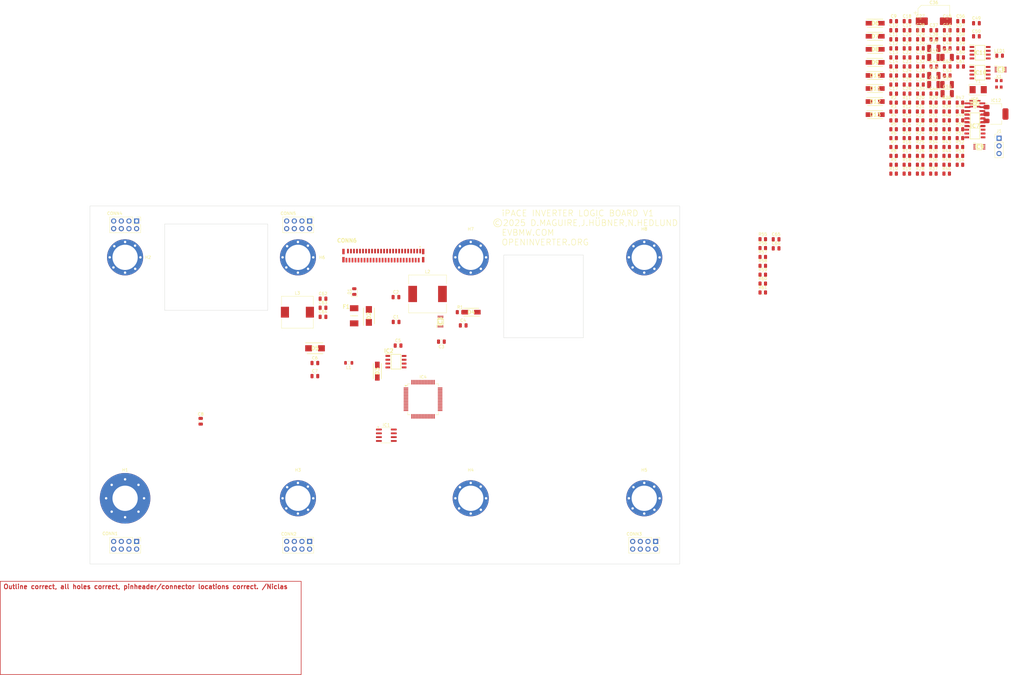
<source format=kicad_pcb>
(kicad_pcb (version 20241229) (generator "pcbnew") (generator_version "9.0")
  (layers (0 "F.Cu" signal) (4 "In1.Cu" signal) (6 "In2.Cu" signal) (2 "B.Cu" signal) (13 "F.Paste" user) (15 "B.Paste" user) (5 "F.SilkS" user "F.Silkscreen") (7 "B.SilkS" user "B.Silkscreen") (1 "F.Mask" user) (3 "B.Mask" user) (25 "Edge.Cuts" user))
  (net 0 "")
  (net 1 "+12V")
  (net 2 "GND")
  (net 3 "+5V")
  (net 4 "+3V3")
  (net 6 "/FAULT A LO")
  (net 7 "/PWM A HI")
  (net 8 "/I_A")
  (net 10 "/PWM A LO")
  (net 12 "/PWM B HI")
  (net 13 "/I_B")
  (net 14 "/PWM B LO")
  (net 16 "/PWM C HI")
  (net 17 "/I_C")
  (net 19 "/PWM C LO")
  (net 21 "/GATE PSU EN")
  (net 23 "/GATE PSU STAT")
  (net 25 "/LINK DISCH")
  (net 26 "/VOUTP")
  (net 27 "/VOUTN")
  (net 28 "/S{slash}D HV CLK")
  (net 29 "/S{slash}D HV DATA")
  (net 30 "/EXCA")
  (net 31 "/TMPM1_IN")
  (net 32 "/TMPWTR_IN")
  (net 34 "/TMPM2_IN")
  (net 35 "/MOT_TMP1_1")
  (net 36 "/MOT_TMP1_2")
  (net 37 "/MOT_TMP2_1")
  (net 38 "/WTR_TMP1")
  (net 39 "/WTR_TMP2")
  (net 40 "/EXCB")
  (net 41 "/MOT_TMP2_2")
  (net 51 "+12P")
  (net 52 "/IL1_IN")
  (net 53 "/IL2_IN")
  (net 54 "/UDC_IN")
  (net 55 "Net-(IC11-INPUT-(1)_2)")
  (net 56 "Net-(IC11-OUTPUT(1))")
  (net 57 "Net-(C45-Pad1)")
  (net 58 "Net-(IC11-INPUT-(1)_1)")
  (net 59 "/RES_SINA")
  (net 60 "/RES_COSA")
  (net 61 "/ENC_B")
  (net 62 "/ENC_A")
  (net 63 "/FWD_IN")
  (net 64 "/REV_IN")
  (net 65 "/START_IN")
  (net 66 "/BRAKE_IN")
  (net 67 "/CRUISE_IN")
  (net 68 "/THROTTLE 1 IN")
  (net 69 "/THROTTLE 2 IN")
  (net 70 "/TMPHS_IN")
  (net 71 "/TMPM_IN")
  (net 72 "/FAULT A HI")
  (net 73 "/FAULT B LO")
  (net 74 "/FAULT B HI")
  (net 75 "/FAULT C LO")
  (net 76 "/FAULT C HI")
  (net 77 "/SWDAT")
  (net 78 "/DESAT_IN")
  (net 79 "/PWM_1N")
  (net 80 "/OCUR_NEG")
  (net 81 "/SWCLK")
  (net 82 "/EXC_OUT")
  (net 83 "/CANTX0")
  (net 84 "/CANRX0")
  (net 85 "/BKIN")
  (net 86 "/PWM_3P")
  (net 87 "/PWM_3N")
  (net 88 "/PWM_1P")
  (net 89 "/PWM_2N")
  (net 90 "/PWM_2P")
  (net 91 "/BMS_IN")
  (net 92 "/OCUR_POS")
  (net 93 "/CANH")
  (net 94 "/CANL")
  (net 96 "Net-(LED1-A)")
  (net 97 "/RES_SINB")
  (net 98 "/RES_COSB")
  (net 99 "/FORWARD")
  (net 100 "/REVERSE")
  (net 101 "/START")
  (net 102 "/BRAKE")
  (net 103 "/CRUISE")
  (net 104 "/THROTTLE 1")
  (net 105 "/THROTTLE 2")
  (net 106 "/HS_TEMP")
  (net 107 "Net-(IC4-VDDA)")
  (net 108 "Net-(IC4-NRST)")
  (net 109 "Net-(IC4-PD0)")
  (net 110 "Net-(IC4-PD1)")
  (net 111 "Net-(C17-Pad1)")
  (net 112 "Net-(C18-Pad1)")
  (net 113 "Net-(IC5-VIN+)")
  (net 114 "Net-(IC7-A)")
  (net 115 "Net-(IC6C-+)")
  (net 116 "Net-(IC7-B)")
  (net 117 "Net-(IC7-C)")
  (net 118 "Net-(IC6A--)")
  (net 119 "Net-(IC7-G)")
  (net 120 "Net-(IC7-D)")
  (net 121 "Net-(IC7-E)")
  (net 122 "Net-(C35-Pad1)")
  (net 123 "Net-(C38-Pad1)")
  (net 124 "Net-(C44-Pad1)")
  (net 125 "Net-(C48-Pad1)")
  (net 126 "Net-(D1-A)")
  (net 127 "Net-(D1-K)")
  (net 128 "Net-(D2-Pad1)")
  (net 129 "Net-(IC10-OUTPUT)")
  (net 138 "Net-(IC3-2Y)")
  (net 140 "Net-(IC3-1A)")
  (net 149 "Net-(IC4-PB2)")
  (net 151 "Net-(IC4-BOOT0)")
  (net 153 "Net-(IC7-F)")
  (net 157 "/WIFI_Rx")
  (net 158 "/WIFI_Tx")
  (net 159 "/PCH_OUT")
  (net 160 "/MAINC_OUT")
  (net 161 "Net-(IC4-PA0)")
  (footprint "Resistor_SMD:R_0805_2012Metric" (layer "F.Cu") (at 325.915 17.455)
    (property "Reference" "R24")
    (property "Value" "10K")
  )
  (footprint "Resistor_SMD:R_0805_2012Metric" (layer "F.Cu") (at 325.915 20.405)
    (property "Reference" "R25")
    (property "Value" "3.3K")
  )
  (footprint "Resistor_SMD:R_0805_2012Metric" (layer "F.Cu") (at 330.325 14.505)
    (property "Reference" "R32")
    (property "Value" "220R")
  )
  (footprint "Capacitor_SMD:C_0805_2012Metric" (layer "F.Cu") (at 278.0425 51.08)
    (property "Reference" "C65")
    (property "Value" "1uF")
  )
  (footprint "Resistor_SMD:R_0805_2012Metric" (layer "F.Cu") (at 273.6125 68.75)
    (property "Reference" "R61")
    (property "Value" "2.2K")
  )
  (footprint "Capacitor_SMD:C_0805_2012Metric" (layer "F.Cu") (at 127.45 70.83)
    (property "Reference" "C62")
    (property "Value" "1uF")
  )
  (footprint "damo:MountingHole_8mm_ipace" (layer "F.Cu") (at 119.125 57.075)
    (property "Reference" "H6")
    (property "Value" "MountingHole")
  )
  (footprint "Capacitor_SMD:C_0805_2012Metric" (layer "F.Cu") (at 339.365 -21.405)
    (property "Reference" "C56")
    (property "Value" "1uF")
  )
  (footprint "Resistor_SMD:R_0805_2012Metric" (layer "F.Cu") (at 317.095 23.355)
    (property "Reference" "R8")
    (property "Value" "1k")
  )
  (footprint "Resistor_SMD:R_0805_2012Metric" (layer "F.Cu") (at 330.325 11.555)
    (property "Reference" "R31")
    (property "Value" "10k")
  )
  (footprint "Capacitor_SMD:C_0805_2012Metric" (layer "F.Cu") (at 321.565 -15.385)
    (property "Reference" "C20")
    (property "Value" "0.1uF")
  )
  (footprint "Capacitor_SMD:C_0805_2012Metric" (layer "F.Cu") (at 317.115 -3.345)
    (property "Reference" "C15")
    (property "Value" "27pF")
  )
  (footprint "Capacitor_SMD:C_0805_2012Metric" (layer "F.Cu") (at 127.45 76.85)
    (property "Reference" "C64")
    (property "Value" "1uF")
  )
  (footprint "Resistor_SMD:R_0805_2012Metric" (layer "F.Cu") (at 339.145 26.305)
    (property "Reference" "R54")
    (property "Value" "1.5K")
  )
  (footprint "Resistor_SMD:R_0805_2012Metric" (layer "F.Cu") (at 330.325 17.455)
    (property "Reference" "R33")
    (property "Value" "220R")
  )
  (footprint "Resistor_SMD:R_0805_2012Metric" (layer "F.Cu") (at 325.915 14.505)
    (property "Reference" "R23")
    (property "Value" "560R")
  )
  (footprint "Capacitor_SMD:CP_Elec_10x10" (layer "F.Cu") (at 330.465 -21.405)
    (property "Reference" "C36")
    (property "Value" "470uF 25V")
  )
  (footprint "Capacitor_Tantalum_SMD:CP_EIA-3528-15_AVX-H" (layer "F.Cu") (at 330.465 -0.335)
    (property "Reference" "C43")
    (property "Value" "100uF 6.3V")
  )
  (footprint "Capacitor_SMD:C_0805_2012Metric" (layer "F.Cu") (at 339.365 -15.385)
    (property "Reference" "C58")
    (property "Value" "1uF")
  )
  (footprint "Resistor_SMD:R_0805_2012Metric" (layer "F.Cu") (at 173 75.3)
    (property "Reference" "R1")
    (property "Value" "6.2K")
  )
  (footprint "Resistor_SMD:R_0805_2012Metric" (layer "F.Cu") (at 273.6125 59.9)
    (property "Reference" "R58")
    (property "Value" "1.2K")
  )
  (footprint "Capacitor_SMD:C_0805_2012Metric" (layer "F.Cu") (at 326.015 -12.375)
    (property "Reference" "C30")
    (property "Value" "10nF")
  )
  (footprint "Capacitor_SMD:C_0805_2012Metric" (layer "F.Cu") (at 334.915 -21.405)
    (property "Reference" "C45")
    (property "Value" "22nF")
  )
  (footprint "Capacitor_Tantalum_SMD:CP_EIA-3528-15_AVX-H" (layer "F.Cu") (at 334.915 2.675)
    (property "Reference" "C55")
    (property "Value" "100uF 6.3V")
  )
  (footprint "Capacitor_SMD:C_0805_2012Metric" (layer "F.Cu") (at 326.015 -3.345)
    (property "Reference" "C33")
    (property "Value" "10uF")
  )
  (footprint "Resistor_SMD:R_0805_2012Metric" (layer "F.Cu") (at 317.095 20.405)
    (property "Reference" "R7")
    (property "Value" "10K")
  )
  (footprint "Resistor_SMD:R_0805_2012Metric" (layer "F.Cu") (at 334.735 26.305)
    (property "Reference" "R45")
    (property "Value" "4.7K")
  )
  (footprint "Samacsys:DIOM5127X229N" (layer "F.Cu") (at 310.965 9.64)
    (property "Reference" "D13")
    (property "Value" "SMAJ5.0A" (hide yes))
  )
  (footprint "Resistor_SMD:R_0805_2012Metric" (layer "F.Cu") (at 334.735 5.655)
    (property "Reference" "R38")
    (property "Value" "4.7K")
  )
  (footprint "Inductor_SMD:L_12x12mm_H8mm" (layer "F.Cu") (at 162.2 69.25)
    (property "Reference" "L2")
    (property "Value" "68uH")
  )
  (footprint "Samacsys:SOT95P280X145-5N" (layer "F.Cu") (at 344.125 6.03)
    (property "Reference" "IC5")
    (property "Value" "MCP6291T-E_OT" (hide yes))
  )
  (footprint "Samacsys:DIOM5127X229N" (layer "F.Cu") (at 310.965 -16.4)
    (property "Reference" "D7")
    (property "Value" "SMAJ5.0A" (hide yes))
  )
  (footprint "Connector_PinHeader_2.54mm:PinHeader_2x04_P2.54mm_Vertical" (layer "F.Cu") (at 238 151.5 -90)
    (property "Reference" "CONN3")
    (property "Value" "PHASE C")
  )
  (footprint "Capacitor_SMD:C_0805_2012Metric" (layer "F.Cu") (at 334.915 -6.355)
    (property "Reference" "C52")
    (property "Value" "1nF")
  )
  (footprint "Connector_PinHeader_2.54mm:PinHeader_2x04_P2.54mm_Vertical" (layer "F.Cu") (at 65.5 45 -90)
    (property "Reference" "CONN4")
    (property "Value" "GATE POWER")
  )
  (footprint "Resistor_SMD:R_0805_2012Metric" (layer "F.Cu") (at 325.915 8.605)
    (property "Reference" "R21")
    (property "Value" "560R")
  )
  (footprint "Samacsys:FH1250S05SVA54" (layer "F.Cu") (at 147.5 56.5)
    (property "Reference" "CONN6")
    (property "Value" "FH12-50S-0.5SVA_54_" (hide yes))
  )
  (footprint "Capacitor_SMD:C_0805_2012Metric" (layer "F.Cu") (at 124.75 92.2)
    (property "Reference" "C6")
    (property "Value" "0.1uF")
  )
  (footprint "Samacsys:SOIC127P600X175-8N" (layer "F.Cu") (at 345.815 -4.305)
    (property "Reference" "IC10")
    (property "Value" "XL1509-5.0E1" (hide yes))
  )
  (footprint "Resistor_SMD:R_0805_2012Metric" (layer "F.Cu") (at 325.915 26.305)
    (property "Reference" "R27")
    (property "Value" "10R")
  )
  (footprint "Resistor_SMD:R_0805_2012Metric" (layer "F.Cu") (at 334.735 23.355)
    (property "Reference" "R44")
    (property "Value" "4.7K")
  )
  (footprint "Capacitor_SMD:C_0805_2012Metric" (layer "F.Cu") (at 326.015 -6.355)
    (property "Reference" "C32")
    (property "Value" "0.1uF")
  )
  (footprint "Capacitor_SMD:C_0805_2012Metric" (layer "F.Cu") (at 339.365 -12.375)
    (property "Reference" "C59")
    (property "Value" "1uF")
  )
  (footprint "Resistor_SMD:R_0805_2012Metric" (layer "F.Cu") (at 334.735 8.605)
    (property "Reference" "R39")
    (property "Value" "1.2K")
  )
  (footprint "Capacitor_SMD:C_0805_2012Metric" (layer "F.Cu") (at 317.115 -9.365)
    (property "Reference" "C13")
    (property "Value" "1nF")
  )
  (footprint "Capacitor_SMD:C_0805_2012Metric" (layer "F.Cu") (at 344.62 -20.735)
    (property "Reference" "C49")
    (property "Value" "22nF")
  )
  (footprint "Capacitor_SMD:C_0805_2012Metric" (layer "F.Cu") (at 124.75 96.55)
    (property "Reference" "C7")
    (property "Value" "0.1uF")
  )
  (footprint "MountingHole:MountingHole_8.4mm_M8_Pad_Via" (layer "F.Cu") (at 61.675 137.155)
    (property "Reference" "H1")
    (property "Value" "MountingHole")
  )
  (footprint "Capacitor_SMD:C_0805_2012Metric" (layer "F.Cu") (at 326.015 -15.385)
    (property "Reference" "C29")
    (property "Value" "10nF")
  )
  (footprint "Capacitor_SMD:C_0805_2012Metric" (layer "F.Cu") (at 326.015 -18.395)
    (property "Reference" "C28")
    (property "Value" "1uF")
  )
  (footprint "Capacitor_SMD:C_0805_2012Metric" (layer "F.Cu") (at 330.465 -18.395)
    (property "Reference" "C37")
    (property "Value" "1uF")
  )
  (footprint "Capacitor_SMD:C_0805_2012Metric" (layer "F.Cu") (at 321.565 2.675)
    (property "Reference" "C26")
    (property "Value" "0.1uF")
  )
  (footprint "Package_SO:SOIC-14_3.9x8.7mm_P1.27mm" (layer "F.Cu") (at 344.125 9.705)
    (property "Reference" "IC6")
    (property "Value" "LM2901")
  )
  (footprint "Samacsys:SOP50P310X90-8N" (layer "F.Cu") (at 345.6 20.35)
    (property "Reference" "IC9")
    (property "Value" "SN74LVC3G04DCUR" (hide yes))
  )
  (footprint "Capacitor_SMD:C_0805_2012Metric" (layer "F.Cu") (at 334.915 -15.385)
    (property "Reference" "C47")
    (property "Value" "1uF")
  )
  (footprint "Capacitor_SMD:C_0805_2012Metric" (layer "F.Cu") (at 127.45 73.84)
    (property "Reference" "C63")
    (property "Value" "1uF")
  )
  (footprint "Package_SO:SOIC-8_3.9x4.9mm_P1.27mm" (layer "F.Cu") (at 148.5 116.2)
    (property "Reference" "IC1")
    (property "Value" "SN65HVD230")
  )
  (footprint "Connector_PinHeader_2.54mm:PinHeader_2x04_P2.54mm_Vertical" (layer "F.Cu") (at 65.5 151.5 -90)
    (property "Reference" "CONN1")
    (property "Value" "PHASE A")
  )
  (footprint "Resistor_SMD:R_0805_2012Metric" (layer "F.Cu") (at 317.095 14.505)
    (property "Reference" "R5")
    (property "Value" "6.2K")
  )
  (footprint "Capacitor_SMD:C_0805_2012Metric" (layer "F.Cu") (at 339.365 -9.365)
    (property "Reference" "C60")
    (property "Value" "1uF")
  )
  (footprint "Samacsys:FUSC6126X280N" (layer "F.Cu") (at 137.8 76.5 -90)
    (property "Reference" "F1")
    (property "Value" "JFC2410-0500TS" (hide yes))
  )
  (footprint "Samacsys:SOP50P310X100-8N" (layer "F.Cu") (at 166.5 78.43 90)
    (property "Reference" "IC3")
    (property "Value" "74LVC3G17DC,125" (hide yes))
  )
  (footprint "Capacitor_SMD:C_0805_2012Metric" (layer "F.Cu") (at 151.7 70.3)
    (property "Reference" "C2")
    (property "Value" "1uF")
  )
  (footprint "Resistor_SMD:R_0805_2012Metric" (layer "F.Cu") (at 273.6125 54)
    (property "Reference" "R56")
    (property "Value" "1.2K")
  )
  (footprint "Resistor_SMD:R_0805_2012Metric" (layer "F.Cu") (at 334.735 29.255)
    (property "Reference" "R46")
    (property "Value" "10K")
  )
  (footprint "Capacitor_SMD:C_0805_2012Metric" (layer "F.Cu") (at 86.8 111.55 90)
    (property "Reference" "C8")
    (property "Value" "10uF")
  )
  (footprint "Resistor_SMD:R_0805_2012Metric" (layer "F.Cu") (at 321.505 23.355)
    (property "Reference" "R17")
    (property "Value" "10k")
  )
  (footprint "Resistor_SMD:R_0805_2012Metric" (layer "F.Cu") (at 317.095 11.555)
    (property "Reference" "R4")
    (property "Value" "10K")
  )
  (footprint "Resistor_SMD:R_0805_2012Metric" (layer "F.Cu") (at 339.145 17.455)
    (property "Reference" "R51")
    (property "Value" "1.2K")
  )
  (footprint "Resistor_SMD:R_0805_2012Metric" (layer "F.Cu") (at 273.6125 65.8)
    (property "Reference" "R60")
    (property "Value" "1.2K")
  )
  (footprint "Resistor_SMD:R_0805_2012Metric" (layer "F.Cu") (at 321.505 11.555)
    (property "Reference" "R13")
    (property "Value" "680R")
  )
  (footprint "Capacitor_SMD:C_0805_2012Metric" (layer "F.Cu") (at 321.565 -18.395)
    (property "Reference" "C19")
    (property "Value" "150pF")
  )
  (footprint "Resistor_SMD:R_0805_2012Metric" (layer "F.Cu") (at 339.145 23.355)
    (property "Reference" "R53")
    (property "Value" "4.7K")
  )
  (footprint "Package_QFP:LQFP-64_10x10mm_P0.5mm" (layer "F.Cu") (at 160.7 104.25)
    (property "Reference" "IC4")
    (property "Value" "STM32F103RBT6")
  )
  (footprint "Capacitor_SMD:C_0805_2012Metric" (layer "F.Cu") (at 317.115 -6.355)
    (property "Reference" "C14")
    (property "Value" "0.1uF")
  )
  (footprint "Resistor_SMD:R_0805_2012Metric" (layer "F.Cu") (at 339.145 14.505)
    (property "Reference" "R50")
    (property "Value" "1.2K")
  )
  (footprint "Capacitor_SMD:C_0805_2012Metric" (layer "F.Cu") (at 321.565 -12.375)
    (property "Reference" "C21")
    (property "Value" "10nF")
  )
  (footprint "Capacitor_SMD:C_0805_2012Metric" (layer "F.Cu") (at 317.115 -18.395)
    (property "Reference" "C10")
    (property "Value" "1nF")
  )
  (footprint "Samacsys:DIOM5127X229N" (layer "F.Cu") (at 310.965 -20.74)
    (property "Reference" "D6")
    (property "Value" "SMAJ5.0A" (hide yes))
  )
  (footprint "Capacitor_SMD:C_0805_2012Metric" (layer "F.Cu") (at 317.115 2.675)
    (property "Reference" "C17")
    (property "Value" "1N5")
  )
  (footprint "Resistor_SMD:R_0805_2012Metric" (layer "F.Cu") (at 325.915 29.255)
    (property "Reference" "R28")
    (property "Value" "10K")
  )
  (footprint "Capacitor_SMD:C_0805_2012Metric" (layer "F.Cu") (at 339.365 -18.395)
    (property "Reference" "C57")
    (property "Value" "1uF")
  )
  (footprint "Capacitor_SMD:C_0805_2012Metric" (layer "F.Cu") (at 326.015 -21.405)
    (property "Reference" "C27")
    (property "Value" "10nF")
  )
  (footprint "Capacitor_SMD:C_0805_2012Metric" (layer "F.Cu") (at 321.565 -3.345)
    (property "Reference" "C24")
    (property "Value" "10nF")
  )
  (footprint "Resistor_SMD:R_0805_2012Metric" (layer "F.Cu") (at 330.325 29.255)
    (property "Reference" "R37")
    (property "Value" "4.7K")
  )
  (footprint "Capacitor_Tantalum_SMD:CP_EIA-3528-15_AVX-H" (layer "F.Cu") (at 330.465 -12.375)
    (property "Reference" "C39")
    (property "Value" "100uF 6.3V")
  )
  (footprint "Resistor_SMD:R_0805_2012Metric" (layer "F.Cu") (at 339.145 11.555)
    (property "Reference" "R49")
    (property "Value" "10K")
  )
  (footprint "Capacitor_SMD:C_0805_2012Metric" (layer "F.Cu") (at 321.565 -6.355)
    (property "Reference" "C23")
    (property "Value" "0.1uF")
  )
  (footprint "Samacsys:DIOM5127X229N" (layer "F.Cu") (at 310.965 -3.38)
    (property "Reference" "D10")
    (property "Value" "SMAJ5.0A" (hide yes))
  )
  (footprint "Capacitor_SMD:C_0805_2012Metric" (layer "F.Cu") (at 317.115 -15.385)
    (property "Reference" "C11")
    (property "Value" "0.1uF")
  )
  (footprint "Samacsys:DIOM5026X229N" (layer "F.Cu") (at 176.7 75.3 180)
    (property "Reference" "D4")
    (property "Value" "SMAJ7.0A" (hide yes))
  )
  (footprint "Resistor_SMD:R_0805_2012Metric" (layer "F.Cu") (at 330.325 5.655)
    (property "Reference" "R29")
    (property "Value" "680R")
  )
  (footprint "Resistor_SMD:R_0805_2012Metric" (layer "F.Cu") (at 321.505 17.455)
    (property "Reference" "R15")
    (property "Value" "560R")
  )
  (footprint "Inductor_SMD:L_0805_2012Metric" (layer "F.Cu") (at 136 92.15 180)
    (property "Reference" "L1")
    (property "Value" "10uH 0805")
  )
  (footprint "Capacitor_SMD:C_0805_2012Metric" (layer "F.Cu") (at 321.565 -9.365)
    (property "Reference" "C22")
    (property "Value" "1uF")
  )
  (footprint "Samacsys:DIOM5336X244N" (layer "F.Cu") (at 142.7 76.55 90)
    (property "Reference" "D2")
    (property "Value" "SS54B" (hide yes))
  )
  (footprint "Capacitor_SMD:C_0805_2012Metric" (layer "F.Cu") (at 152.4 86.4)
    (property "Reference" "C5")
    (property "Value" "0.1uF")
  )
  (footprint "Inductor_SMD:L_10.4x10.4_H4.8" (layer "F.Cu") (at 118.95 75.3)
    (property "Reference" "L3")
    (property "Value" "3uH")
  )
  (footprint "Capacitor_SMD:C_0805_2012Metric" (layer "F.Cu") (at 330.465 -6.355)
    (property "Reference" "C41")
    (property "Value" "1nF")
  )
  (footprint "Connector_PinHeader_2.54mm:PinHeader_2x04_P2.54mm_Vertical" (layer "F.Cu") (at 123 151.5 -90)
    (property "Reference" "CONN2")
    (property "Value" "PHASE B")
  )
  (footprint "Samacsys:DIOM5127X229N" (layer "F.Cu") (at 310.965 0.96)
    (property "Reference" "D11")
    (property "Value" "SMAJ5.0A" (hide yes))
  )
  (footprint "Resistor_SMD:R_0805_2012Metric" (layer "F.Cu") (at 334.735 11.555)
    (property "Reference" "R40")
    (property "Value" "10K")
  )
  (footprint "Package_TO_SOT_SMD:SOT-223-3_TabPin2" (layer "F.Cu") (at 351.125 9.44)
    (property "Reference" "IC12")
    (property "Value" "AMS1117-3.3")
  )
  (footprint "Capacitor_SMD:C_0805_2012Metric" (layer "F.Cu") (at 334.915 -3.345)
    (property "Reference" "C53")
    (property "Value" "1nF")
  )
  (footprint "damo:MountingHole_8mm_ipace" (layer "F.Cu") (at 176.555 57.075)
    (property "Reference" "H7")
    (property "Value" "MountingHole")
  )
  (footprint "Capacitor_Tantalum_SMD:CP_EIA-3528-15_AVX-H" (layer "F.Cu") (at 334.915 -9.365)
    (property "Reference" "C51")
    (property "Value" "100uF 6.3V")
  )
  (footprint "Samacsys:DIOM5127X229N" (layer "F.Cu") (at 310.965 -7.72)
    (property "Reference" "D9")
    (property "Value" "SMAJ5.0A" (hide yes))
  )
  (footprint "damo:MountingHole_8mm_ipace" (layer "F.Cu") (at 61.675 57.075)
    (property "Reference" "H2")
    (property "Value" "MountingHole")
  )
  (footprint "Resistor_SMD:R_0805_2012Metric" (layer "F.Cu") (at 321.505 26.305)
    (property "Reference" "R18")
    (property "Value" "560R")
  )
  (footprint "Oscillator:Oscillator_SMD_EuroQuartz_XO32-4Pin_3.2x2.5mm" (layer "F.Cu") (at 352.085 -0.585)
    (property "Reference" "X1")
    (property "Value" "S3D4.000000B20F30T")
  )
  (footprint "Capacitor_SMD:C_0805_2012Metric" (layer "F.Cu") (at 321.565 -21.405)
    (property "Reference" "C18")
    (property "Value" "330Pf")
  )
  (footprint "Resistor_SMD:R_0805_2012Metric" (layer "F.Cu") (at 325.915 23.355)
    (property "Reference" "R26")
    (property "Value" "3.3K")
  )
  (footprint "Resistor_SMD:R_0805_2012Metric" (layer "F.Cu") (at 325.915 5.655)
    (property "Reference" "R20")
    (property "Value" "10k")
  )
  (footprint "Resistor_SMD:R_0805_2012Metric" (layer "F.Cu") (at 321.505 5.655)
    (property "Reference" "R11")
    (property "Value" "1K")
  )
  (footprint "Resistor_SMD:R_0805_2012Metric" (layer "F.Cu") (at 321.505 14.505)
    (property "Reference" "R14")
    (property "Value" "10k")
  )
  (footprint "Capacitor_SMD:C_0805_2012Metric" (layer "F.Cu") (at 326.015 -9.365)
    (property "Reference" "C31")
    (property "Value" "10nF")
  )
  (footprint "LED_SMD:LED_0805_2012Metric" (layer "F.Cu") (at 352.335 -9.94)
    (property "Reference" "LED1")
    (property "Value" "3V3 LED")
  )
  (footprint "Capacitor_SMD:C_0805_2012Metric" (layer "F.Cu") (at 317.115 -12.375)
    (property "Reference" "C12")
    (property "Value" "0.1uF")
  )
  (footprint "Resistor_SMD:R_0805_2012Metric" (layer "F.Cu") (at 339.145 5.655)
    (property "Reference" "R47")
    (property "Value" "1.5K")
  )
  (footprint "Resistor_SMD:R_0805_2012Metric" (layer "F.Cu") (at 334.735 14.505)
    (property "Reference" "R41")
    (property "Value" "1.5K")
  )
  (footprint "Resistor_SMD:R_0805_2012Metric" (layer "F.Cu") (at 317.095 5.655)
    (property "Reference" "R2")
    (property "Value" "2.6K")
  )
  (footprint "Resistor_SMD:R_0805_2012Metric" (layer "F.Cu") (at 321.505 29.255)
    (property "Reference" "R19")
    (property "Value" "560R")
  )
  (footprint "Resistor_SMD:R_0805_2012Metric" (layer "F.Cu") (at 317.095 29.255)
    (property "Reference" "R10")
    (property "Value" "5.1k")
  )
  (footprint "LED_SMD:LED_0805_2012Metric" (layer "F.Cu") (at 137.85 68.45 90)
    (property "Reference" "D1")
    (property "Value" "ACT LED")
  )
  (footprint "Capacitor_Tantalum_SMD:CP_EIA-3528-15_AVX-H" (layer "F.Cu") (at 334.915 -0.335)
    (property "Reference" "C54")
    (property "Value" "100uF 6.3V")
  )
  (footprint "Capacitor_SMD:C_0805_2012Metric" (layer "F.Cu") (at 317.115 -0.335)
    (property "Reference" "C16")
    (property "Value" "27pF")
  )
  (footprint "Resistor_SMD:R_0805_2012Metric" (layer "F.Cu") (at 321.505 20.405)
    (property "Reference" "R16")
    (property "Value" "10k")
  )
  (footprint "Capacitor_SMD:C_0805_2012Metric" (layer "F.Cu") (at 330.465 -15.385)
    (property "Reference" "C38")
    (property "Value" "1uF")
  )
  (footprint "Samacsys:SOIC127P600X175-14N" (layer "F.Cu") (at 344.125 13.38)
    (property "Reference" "IC7")
    (property "Value" "CD74HC30M96" (hide yes))
  )
  (footprint "Samacsys:SOP50P310X100-8N" (layer "F.Cu") (at 352.665 -5.335)
    (property "Reference" "IC8")
    (property "Value" "74LVC3G17DC,125" (hide yes))
  )
  (footprint "damo:MountingHole_8mm_ipace" (layer "F.Cu") (at 176.555 137.155)
    (property "Reference" "H4")
    (property "Value" "MountingHole")
  )
  (footprint "Connector_PinHeader_2.54mm:PinHeader_1x03_P2.54mm_Vertical" (layer "F.Cu") (at 352.145 17.495)
    (property "Reference" "J1")
    (property "Value" "SWPROG")
  )
  (footprint "Capacitor_SMD:C_0805_2012Metric" (layer "F.Cu") (at 334.915 -12.375)
    (property "Reference" "C48")
    (property "Value" "22nF")
  )
  (footprint "Capacitor_SMD:C_0805_2012Metric" (layer "F.Cu") (at 330.465 2.675)
    (property "Reference" "C44")
    (property "Value" "22nF")
  )
  (footprint "Capacitor_Tantalum_SMD:CP_EIA-3528-15_AVX-H" (layer "F.Cu") (at 330.465 -3.345)
    (property "Reference" "C42")
    (property "Value" "100uF 6.3V")
  )
  (footprint "Capacitor_SMD:C_0805_2012Metric" (layer "F.Cu") (at 326.015 2.675)
    (property "Reference" "C35")
    (property "Value" "22nF")
  )
  (footprint "Resistor_SMD:R_0805_2012Metric" (layer "F.Cu") (at 317.095 8.605)
    (property "Reference" "R3")
    (property "Value" "1K")
  )
  (footprint "Capacitor_SMD:C_0805_2012Metric" (layer "F.Cu") (at 339.365 -6.355)
    (property "Reference" "C61")
    (property "Value" "1uF")
  )
  (footprint "Resistor_SMD:R_0805_2012Metric" (layer "F.Cu") (at 273.6125 62.85)
    (property "Reference" "R59")
    (property "Value" "0K")
  )
  (footprint "Resistor_SMD:R_0805_2012Metric" (layer "F.Cu") (at 339.145 8.605)
    (property "Reference" "R48")
    (property "Value" "1.5K")
  )
  (footprint "Capacitor_SMD:C_0805_2012Metric" (layer "F.Cu") (at 326.015 -0.335)
    (property "Reference" "C34")
    (property "Value" "10uF")
  )
  (footprint "Capacitor_SMD:C_0805_2012Metric" (layer "F.Cu") (at 151.75 78.55)
    (property "Reference" "C1")
    (property "Value" "0.1uF")
  )
  (footprint "Capacitor_SMD:C_0805_2012Metric" (layer "F.Cu") (at 334.915 -18.395)
    (property "Reference" "C46")
    (property "Value" "22nF")
  )
  (footprint "Samacsys:DIONM5127X229N" (layer "F.Cu") (at 145.5 94.9 -90)
    (property "Reference" "D3")
    (property "Value" "SMAJ18CA" (hide yes))
  )
  (footprint "Resistor_SMD:R_0805_2012Metric" (layer "F.Cu") (at 330.325 23.355)
    (property "Reference" "R35")
    (property "Value" "220R")
  )
  (footprint "Samacsys:SOIC127P600X175-8N" (layer "F.Cu") (at 345.84 -10.935)
    (property "Reference" "IC11")
    (property "Value" "TDA2822D" (hide yes))
  )
  (footprint "Capacitor_SMD:C_0805_2012Metric" (layer "F.Cu") (at 321.565 -0.335)
    (property "Reference" "C25")
    (property "Value" "0.1uF")
  )
  (footprint "Resistor_SMD:R_0805_2012Metric" (layer "F.Cu") (at 330.325 20.405)
    (property "Reference" "R34")
    (property "Value" "220R")
  )
  (footprint "damo:MountingHole_8mm_ipace" (layer "F.Cu") (at 234.225 137.155)
    (property "Reference" "H5")
    (property "Value" "MountingHole")
  )
  (footprint "Samacsys:SOIC127P600X175-8N" (layer "F.Cu") (at 151.7 91.75)
    (property "Reference" "IC2")
    (property "Value" "WeMos_D1_mini" (hide yes))
  )
  (footprint "Resistor_SMD:R_0805_2012Metric" (layer "F.Cu") (at 330.325 26.305)
    (property "Reference" "R36")
    (property "Value" "10K")
  )
  (footprint "Resistor_SMD:R_0805_2012Metric" (layer "F.Cu") (at 339.145 20.405)
    (property "Reference" "R52")
    (property "Value" "2.2K")
  )
  (footprint "Capacitor_SMD:C_0805_2012Metric" (layer "F.Cu") (at 317.115 -21.405)
    (property "Reference" "C9")
    (property "Value" "0.1uF")
  )
  (footprint "Capacitor_SMD:C_0805_2012Metric" (layer "F.Cu") (at 344.62 -16.385)
    (property "Reference" "C50")
    (property "Value" "10uF")
  )
  (footprint "Resistor_SMD:R_0805_2012Metric" (layer "F.Cu") (at 273.6125 51.05)
    (property "Reference" "R55")
    (property "Value" "1.2K")
  )
  (footprint "Connector_PinHeader_2.54mm:PinHeader_2x04_P2.54mm_Vertical" (layer "F.Cu") (at 123 45 -90)
    (property "Reference" "CONN5")
    (property "Value" "HV SENSING")
  )
  (footprint "Capacitor_SMD:C_0805_2012Metric" (layer "F.Cu") (at 174.05 79.7)
    (property "Reference" "C4")
    (property "Value" "0.1uF")
  )
  (footprint "Resistor_SMD:R_0805_2012Metric" (layer "F.Cu") (at 334.735 17.455)
    (property "Reference" "R42")
    (property "Value" "1.5K")
  )
  (footprint "Capacitor_SMD:C_0805_2012Metric" (layer "F.Cu") (at 278.0425 54.09)
    (property "Reference" "C66")
    (property "Value" "1uF")
  )
  (footprint "Resistor_SMD:R_0805_2012Metric" (layer "F.Cu") (at 330.325 8.605)
    (property "Reference" "R30")
    (property "Value" "10k")
  )
  (footprint "Resistor_SMD:R_0805_2012Metric" (layer "F.Cu") (at 334.735 20.405)
    (property "Reference" "R43")
    (property "Value" "2.2K")
  )
  (footprint "Capacitor_Tantalum_SMD:CP_EIA-3528-15_AVX-H" (layer "F.Cu") (at 330.465 -9.365)
    (property "Reference" "C40")
    (property "Value" "100uF 6.3V")
  )
  (footprint "Samacsys:DIOM5336X244N" (layer "F.Cu") (at 124.8 87.3)
    (property "Reference" "D5")
    (property "Value" "SS54B" (hide yes))
  )
  (footprint "Resistor_SMD:R_0805_2012Metric" (layer "F.Cu") (at 325.915 11.555)
    (property "Reference" "R22")
    (property "Value" "560R")
  )
  (footprint "damo:MountingHole_8mm_ipace" (layer "F.Cu") (at 234.225 57.075)
    (property "Reference" "H8")
    (property "Value" "MountingHole")
  )
  (footprint "Capacitor_SMD:C_0805_2012Metric" (layer "F.Cu") (at 166.8 85.1 180)
    (property "Reference" "C3")
    (property "Value" "0.1uF")
  )
  (footprint "Samacsys:DIOM5127X229N" (layer "F.Cu") (at 310.965 5.3)
    (property "Reference" "D12")
    (property "Value" "SMAJ5.0A" (hide yes))
  )
  (footprint "Resistor_SMD:R_0805_2012Metric" (layer "F.Cu") (at 317.095 26.305)
    (property "Reference" "R9")
    (property "Value" "6.8k")
  )
  (footprint "Samacsys:DIOM5127X229N" (layer "F.Cu") (at 310.965 -12.06)
    (property "Reference" "D8")
    (property "Value" "SMAJ5.0A" (hide yes))
  )
  (footprint "Crystal:Crystal_SMD_5032-2Pin_5.0x3.2mm" (layer "F.Cu") (at 345.215 1.345)
    (property "Reference" "Y1")
    (property "Value" "8MHz")
  )
  (footprint "Resistor_SMD:R_0805_2012Metric" (layer "F.Cu") (at 273.6125 56.95)
    (property "Reference" "R57")
    (property "Value" "2.2K")
  )
  (footprint "Resistor_SMD:R_0805_2012Metric" (layer "F.Cu") (at 317.095 17.455)
    (property "Reference" "R6")
    (property "Value" "2.6K")
  )
  (footprint "damo:MountingHole_8mm_ipace" (layer "F.Cu") (at 119.125 137.155)
    (property "Reference" "H3")
    (property "Value" "MountingHole")
  )
  (footprint "Resistor_SMD:R_0805_2012Metric" (layer "F.Cu") (at 321.505 8.605)
    (property "Reference" "R12")
    (property "Value" "1K")
  )
  (gr_rect (start 187.5 56.3) (end 214 83.8) (stroke (width 0.1)) (fill no) (layer "Edge.Cuts"))
  (gr_rect (start 74.8 46) (end 109.1 74.7) (stroke (width 0.1)) (fill no) (layer "Edge.Cuts"))
  (gr_rect (start 50 40) (end 246 159) (stroke (width 0.1)) (fill no) (layer "Edge.Cuts"))
  (gr_text "  iPACE INVERTER LOGIC BOARD V1\n©2025 D.MAGUIRE,J.HÜBNER,N.HEDLUND\n  EVBMW.COM\n  OPENINVERTER.ORG" (at 183.7 53.25 0) (layer "F.SilkS") (effects (font (size 2 2)) (justify left bottom)))
  (gr_text_box "Outline correct, all holes correct, pinheader/connector locations correct. /Niclas" (start 20.2 164.75) (end 120.2 195.75) (margins 1.0025 1.0025 1.0025 1.0025) (layer "F.Cu") (effects (font (size 1.5 1.5) (thickness 0.3) (bold yes)) (justify left top)) (border yes) (stroke (width 0.2)))
)
</source>
